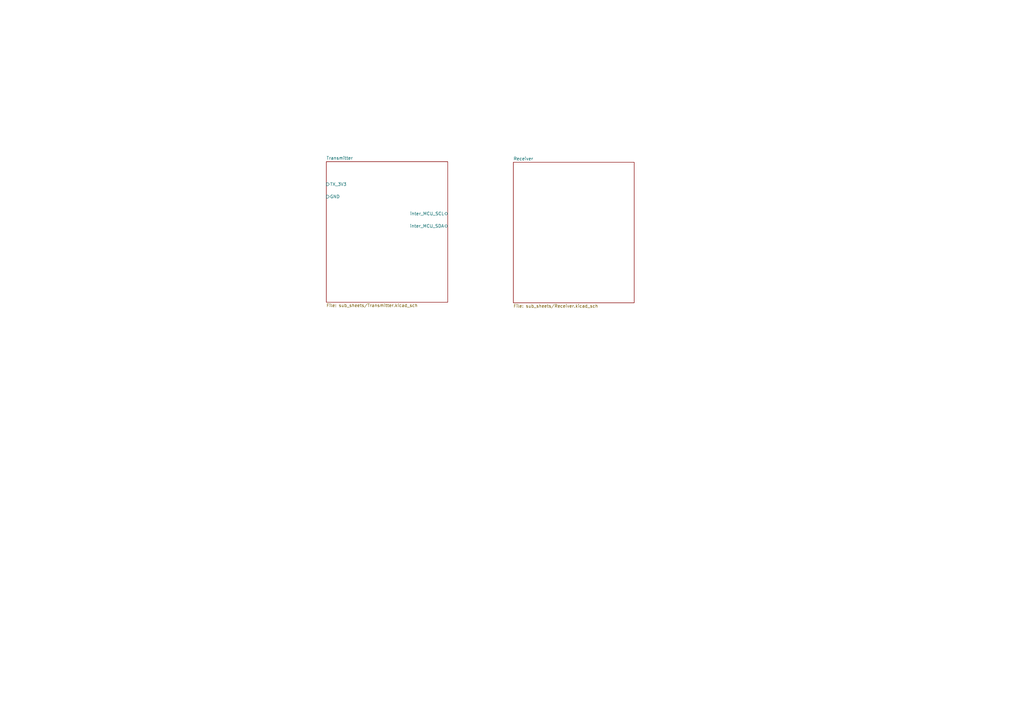
<source format=kicad_sch>
(kicad_sch
	(version 20231120)
	(generator "eeschema")
	(generator_version "8.0")
	(uuid "3f673dcb-5dc8-4a62-ab43-2b238cdefde6")
	(paper "A3")
	(title_block
		(title "N3B Transceiver Project")
		(rev "0.1")
		(comment 1 "Baris DINC")
	)
	(lib_symbols)
	(sheet
		(at 210.566 66.548)
		(size 49.53 57.658)
		(fields_autoplaced yes)
		(stroke
			(width 0.1524)
			(type solid)
		)
		(fill
			(color 0 0 0 0.0000)
		)
		(uuid "b3436370-1b6a-4d96-8f63-3c987a4f1cc8")
		(property "Sheetname" "Receiver"
			(at 210.566 65.8364 0)
			(effects
				(font
					(size 1.27 1.27)
				)
				(justify left bottom)
			)
		)
		(property "Sheetfile" "sub_sheets/Receiver.kicad_sch"
			(at 210.566 124.7906 0)
			(effects
				(font
					(size 1.27 1.27)
				)
				(justify left top)
			)
		)
		(instances
			(project "N3B_Transceiver_Project"
				(path "/3f673dcb-5dc8-4a62-ab43-2b238cdefde6"
					(page "4")
				)
			)
		)
	)
	(sheet
		(at 133.858 66.294)
		(size 49.784 57.658)
		(fields_autoplaced yes)
		(stroke
			(width 0.1524)
			(type solid)
		)
		(fill
			(color 0 0 0 0.0000)
		)
		(uuid "dcd48c78-8585-41b6-bfeb-0dc1b0c338b7")
		(property "Sheetname" "Transmitter"
			(at 133.858 65.5824 0)
			(effects
				(font
					(size 1.27 1.27)
				)
				(justify left bottom)
			)
		)
		(property "Sheetfile" "sub_sheets/Transmitter.kicad_sch"
			(at 133.858 124.5366 0)
			(effects
				(font
					(size 1.27 1.27)
				)
				(justify left top)
			)
		)
		(pin "inter_MCU_SCL" bidirectional
			(at 183.642 87.63 0)
			(effects
				(font
					(size 1.27 1.27)
				)
				(justify right)
			)
			(uuid "8a8467e2-0836-4936-89c2-89d35e33aab9")
		)
		(pin "inter_MCU_SDA" bidirectional
			(at 183.642 92.71 0)
			(effects
				(font
					(size 1.27 1.27)
				)
				(justify right)
			)
			(uuid "002f129a-f9c5-4f1f-aa32-5427908ee16d")
		)
		(pin "TX_3V3" input
			(at 133.858 75.565 180)
			(effects
				(font
					(size 1.27 1.27)
				)
				(justify left)
			)
			(uuid "1537f60f-e976-4cd4-9c32-0216526f4bfe")
		)
		(pin "GND" input
			(at 133.858 80.645 180)
			(effects
				(font
					(size 1.27 1.27)
				)
				(justify left)
			)
			(uuid "1b7722c1-49d7-4d05-9966-245e4df523e5")
		)
		(instances
			(project "N3B_Transceiver_Project"
				(path "/3f673dcb-5dc8-4a62-ab43-2b238cdefde6"
					(page "2")
				)
			)
		)
	)
	(sheet_instances
		(path "/"
			(page "1")
		)
	)
)
</source>
